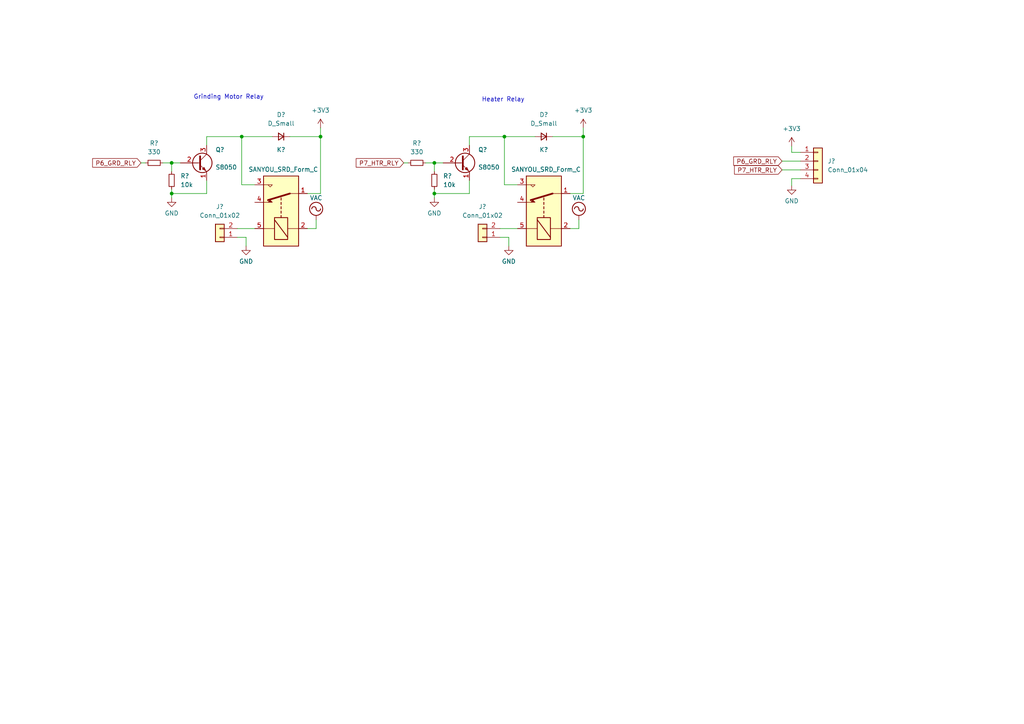
<source format=kicad_sch>
(kicad_sch (version 20211123) (generator eeschema)

  (uuid 558a621b-55b6-4dad-9c76-7e1730fe87e5)

  (paper "A4")

  (lib_symbols
    (symbol "Connector_Generic:Conn_01x02" (pin_names (offset 1.016) hide) (in_bom yes) (on_board yes)
      (property "Reference" "J" (id 0) (at 0 2.54 0)
        (effects (font (size 1.27 1.27)))
      )
      (property "Value" "Conn_01x02" (id 1) (at 0 -5.08 0)
        (effects (font (size 1.27 1.27)))
      )
      (property "Footprint" "" (id 2) (at 0 0 0)
        (effects (font (size 1.27 1.27)) hide)
      )
      (property "Datasheet" "~" (id 3) (at 0 0 0)
        (effects (font (size 1.27 1.27)) hide)
      )
      (property "ki_keywords" "connector" (id 4) (at 0 0 0)
        (effects (font (size 1.27 1.27)) hide)
      )
      (property "ki_description" "Generic connector, single row, 01x02, script generated (kicad-library-utils/schlib/autogen/connector/)" (id 5) (at 0 0 0)
        (effects (font (size 1.27 1.27)) hide)
      )
      (property "ki_fp_filters" "Connector*:*_1x??_*" (id 6) (at 0 0 0)
        (effects (font (size 1.27 1.27)) hide)
      )
      (symbol "Conn_01x02_1_1"
        (rectangle (start -1.27 -2.413) (end 0 -2.667)
          (stroke (width 0.1524) (type default) (color 0 0 0 0))
          (fill (type none))
        )
        (rectangle (start -1.27 0.127) (end 0 -0.127)
          (stroke (width 0.1524) (type default) (color 0 0 0 0))
          (fill (type none))
        )
        (rectangle (start -1.27 1.27) (end 1.27 -3.81)
          (stroke (width 0.254) (type default) (color 0 0 0 0))
          (fill (type background))
        )
        (pin passive line (at -5.08 0 0) (length 3.81)
          (name "Pin_1" (effects (font (size 1.27 1.27))))
          (number "1" (effects (font (size 1.27 1.27))))
        )
        (pin passive line (at -5.08 -2.54 0) (length 3.81)
          (name "Pin_2" (effects (font (size 1.27 1.27))))
          (number "2" (effects (font (size 1.27 1.27))))
        )
      )
    )
    (symbol "Connector_Generic:Conn_01x04" (pin_names (offset 1.016) hide) (in_bom yes) (on_board yes)
      (property "Reference" "J" (id 0) (at 0 5.08 0)
        (effects (font (size 1.27 1.27)))
      )
      (property "Value" "Conn_01x04" (id 1) (at 0 -7.62 0)
        (effects (font (size 1.27 1.27)))
      )
      (property "Footprint" "" (id 2) (at 0 0 0)
        (effects (font (size 1.27 1.27)) hide)
      )
      (property "Datasheet" "~" (id 3) (at 0 0 0)
        (effects (font (size 1.27 1.27)) hide)
      )
      (property "ki_keywords" "connector" (id 4) (at 0 0 0)
        (effects (font (size 1.27 1.27)) hide)
      )
      (property "ki_description" "Generic connector, single row, 01x04, script generated (kicad-library-utils/schlib/autogen/connector/)" (id 5) (at 0 0 0)
        (effects (font (size 1.27 1.27)) hide)
      )
      (property "ki_fp_filters" "Connector*:*_1x??_*" (id 6) (at 0 0 0)
        (effects (font (size 1.27 1.27)) hide)
      )
      (symbol "Conn_01x04_1_1"
        (rectangle (start -1.27 -4.953) (end 0 -5.207)
          (stroke (width 0.1524) (type default) (color 0 0 0 0))
          (fill (type none))
        )
        (rectangle (start -1.27 -2.413) (end 0 -2.667)
          (stroke (width 0.1524) (type default) (color 0 0 0 0))
          (fill (type none))
        )
        (rectangle (start -1.27 0.127) (end 0 -0.127)
          (stroke (width 0.1524) (type default) (color 0 0 0 0))
          (fill (type none))
        )
        (rectangle (start -1.27 2.667) (end 0 2.413)
          (stroke (width 0.1524) (type default) (color 0 0 0 0))
          (fill (type none))
        )
        (rectangle (start -1.27 3.81) (end 1.27 -6.35)
          (stroke (width 0.254) (type default) (color 0 0 0 0))
          (fill (type background))
        )
        (pin passive line (at -5.08 2.54 0) (length 3.81)
          (name "Pin_1" (effects (font (size 1.27 1.27))))
          (number "1" (effects (font (size 1.27 1.27))))
        )
        (pin passive line (at -5.08 0 0) (length 3.81)
          (name "Pin_2" (effects (font (size 1.27 1.27))))
          (number "2" (effects (font (size 1.27 1.27))))
        )
        (pin passive line (at -5.08 -2.54 0) (length 3.81)
          (name "Pin_3" (effects (font (size 1.27 1.27))))
          (number "3" (effects (font (size 1.27 1.27))))
        )
        (pin passive line (at -5.08 -5.08 0) (length 3.81)
          (name "Pin_4" (effects (font (size 1.27 1.27))))
          (number "4" (effects (font (size 1.27 1.27))))
        )
      )
    )
    (symbol "Device:D_Small" (pin_numbers hide) (pin_names (offset 0.254) hide) (in_bom yes) (on_board yes)
      (property "Reference" "D" (id 0) (at -1.27 2.032 0)
        (effects (font (size 1.27 1.27)) (justify left))
      )
      (property "Value" "D_Small" (id 1) (at -3.81 -2.032 0)
        (effects (font (size 1.27 1.27)) (justify left))
      )
      (property "Footprint" "" (id 2) (at 0 0 90)
        (effects (font (size 1.27 1.27)) hide)
      )
      (property "Datasheet" "~" (id 3) (at 0 0 90)
        (effects (font (size 1.27 1.27)) hide)
      )
      (property "ki_keywords" "diode" (id 4) (at 0 0 0)
        (effects (font (size 1.27 1.27)) hide)
      )
      (property "ki_description" "Diode, small symbol" (id 5) (at 0 0 0)
        (effects (font (size 1.27 1.27)) hide)
      )
      (property "ki_fp_filters" "TO-???* *_Diode_* *SingleDiode* D_*" (id 6) (at 0 0 0)
        (effects (font (size 1.27 1.27)) hide)
      )
      (symbol "D_Small_0_1"
        (polyline
          (pts
            (xy -0.762 -1.016)
            (xy -0.762 1.016)
          )
          (stroke (width 0.254) (type default) (color 0 0 0 0))
          (fill (type none))
        )
        (polyline
          (pts
            (xy -0.762 0)
            (xy 0.762 0)
          )
          (stroke (width 0) (type default) (color 0 0 0 0))
          (fill (type none))
        )
        (polyline
          (pts
            (xy 0.762 -1.016)
            (xy -0.762 0)
            (xy 0.762 1.016)
            (xy 0.762 -1.016)
          )
          (stroke (width 0.254) (type default) (color 0 0 0 0))
          (fill (type none))
        )
      )
      (symbol "D_Small_1_1"
        (pin passive line (at -2.54 0 0) (length 1.778)
          (name "K" (effects (font (size 1.27 1.27))))
          (number "1" (effects (font (size 1.27 1.27))))
        )
        (pin passive line (at 2.54 0 180) (length 1.778)
          (name "A" (effects (font (size 1.27 1.27))))
          (number "2" (effects (font (size 1.27 1.27))))
        )
      )
    )
    (symbol "Device:R_Small" (pin_numbers hide) (pin_names (offset 0.254) hide) (in_bom yes) (on_board yes)
      (property "Reference" "R" (id 0) (at 0.762 0.508 0)
        (effects (font (size 1.27 1.27)) (justify left))
      )
      (property "Value" "R_Small" (id 1) (at 0.762 -1.016 0)
        (effects (font (size 1.27 1.27)) (justify left))
      )
      (property "Footprint" "" (id 2) (at 0 0 0)
        (effects (font (size 1.27 1.27)) hide)
      )
      (property "Datasheet" "~" (id 3) (at 0 0 0)
        (effects (font (size 1.27 1.27)) hide)
      )
      (property "ki_keywords" "R resistor" (id 4) (at 0 0 0)
        (effects (font (size 1.27 1.27)) hide)
      )
      (property "ki_description" "Resistor, small symbol" (id 5) (at 0 0 0)
        (effects (font (size 1.27 1.27)) hide)
      )
      (property "ki_fp_filters" "R_*" (id 6) (at 0 0 0)
        (effects (font (size 1.27 1.27)) hide)
      )
      (symbol "R_Small_0_1"
        (rectangle (start -0.762 1.778) (end 0.762 -1.778)
          (stroke (width 0.2032) (type default) (color 0 0 0 0))
          (fill (type none))
        )
      )
      (symbol "R_Small_1_1"
        (pin passive line (at 0 2.54 270) (length 0.762)
          (name "~" (effects (font (size 1.27 1.27))))
          (number "1" (effects (font (size 1.27 1.27))))
        )
        (pin passive line (at 0 -2.54 90) (length 0.762)
          (name "~" (effects (font (size 1.27 1.27))))
          (number "2" (effects (font (size 1.27 1.27))))
        )
      )
    )
    (symbol "Relay:SANYOU_SRD_Form_C" (in_bom yes) (on_board yes)
      (property "Reference" "K" (id 0) (at 11.43 3.81 0)
        (effects (font (size 1.27 1.27)) (justify left))
      )
      (property "Value" "SANYOU_SRD_Form_C" (id 1) (at 11.43 1.27 0)
        (effects (font (size 1.27 1.27)) (justify left))
      )
      (property "Footprint" "Relay_THT:Relay_SPDT_SANYOU_SRD_Series_Form_C" (id 2) (at 11.43 -1.27 0)
        (effects (font (size 1.27 1.27)) (justify left) hide)
      )
      (property "Datasheet" "http://www.sanyourelay.ca/public/products/pdf/SRD.pdf" (id 3) (at 0 0 0)
        (effects (font (size 1.27 1.27)) hide)
      )
      (property "ki_keywords" "Single Pole Relay SPDT" (id 4) (at 0 0 0)
        (effects (font (size 1.27 1.27)) hide)
      )
      (property "ki_description" "Sanyo SRD relay, Single Pole Miniature Power Relay," (id 5) (at 0 0 0)
        (effects (font (size 1.27 1.27)) hide)
      )
      (property "ki_fp_filters" "Relay*SPDT*SANYOU*SRD*Series*Form*C*" (id 6) (at 0 0 0)
        (effects (font (size 1.27 1.27)) hide)
      )
      (symbol "SANYOU_SRD_Form_C_0_0"
        (polyline
          (pts
            (xy 7.62 5.08)
            (xy 7.62 2.54)
            (xy 6.985 3.175)
            (xy 7.62 3.81)
          )
          (stroke (width 0) (type default) (color 0 0 0 0))
          (fill (type none))
        )
      )
      (symbol "SANYOU_SRD_Form_C_0_1"
        (rectangle (start -10.16 5.08) (end 10.16 -5.08)
          (stroke (width 0.254) (type default) (color 0 0 0 0))
          (fill (type background))
        )
        (rectangle (start -8.255 1.905) (end -1.905 -1.905)
          (stroke (width 0.254) (type default) (color 0 0 0 0))
          (fill (type none))
        )
        (polyline
          (pts
            (xy -7.62 -1.905)
            (xy -2.54 1.905)
          )
          (stroke (width 0.254) (type default) (color 0 0 0 0))
          (fill (type none))
        )
        (polyline
          (pts
            (xy -5.08 -5.08)
            (xy -5.08 -1.905)
          )
          (stroke (width 0) (type default) (color 0 0 0 0))
          (fill (type none))
        )
        (polyline
          (pts
            (xy -5.08 5.08)
            (xy -5.08 1.905)
          )
          (stroke (width 0) (type default) (color 0 0 0 0))
          (fill (type none))
        )
        (polyline
          (pts
            (xy -1.905 0)
            (xy -1.27 0)
          )
          (stroke (width 0.254) (type default) (color 0 0 0 0))
          (fill (type none))
        )
        (polyline
          (pts
            (xy -0.635 0)
            (xy 0 0)
          )
          (stroke (width 0.254) (type default) (color 0 0 0 0))
          (fill (type none))
        )
        (polyline
          (pts
            (xy 0.635 0)
            (xy 1.27 0)
          )
          (stroke (width 0.254) (type default) (color 0 0 0 0))
          (fill (type none))
        )
        (polyline
          (pts
            (xy 1.905 0)
            (xy 2.54 0)
          )
          (stroke (width 0.254) (type default) (color 0 0 0 0))
          (fill (type none))
        )
        (polyline
          (pts
            (xy 3.175 0)
            (xy 3.81 0)
          )
          (stroke (width 0.254) (type default) (color 0 0 0 0))
          (fill (type none))
        )
        (polyline
          (pts
            (xy 5.08 -2.54)
            (xy 3.175 3.81)
          )
          (stroke (width 0.508) (type default) (color 0 0 0 0))
          (fill (type none))
        )
        (polyline
          (pts
            (xy 5.08 -2.54)
            (xy 5.08 -5.08)
          )
          (stroke (width 0) (type default) (color 0 0 0 0))
          (fill (type none))
        )
      )
      (symbol "SANYOU_SRD_Form_C_1_1"
        (polyline
          (pts
            (xy 2.54 3.81)
            (xy 3.175 3.175)
            (xy 2.54 2.54)
            (xy 2.54 5.08)
          )
          (stroke (width 0) (type default) (color 0 0 0 0))
          (fill (type outline))
        )
        (pin passive line (at 5.08 -7.62 90) (length 2.54)
          (name "~" (effects (font (size 1.27 1.27))))
          (number "1" (effects (font (size 1.27 1.27))))
        )
        (pin passive line (at -5.08 -7.62 90) (length 2.54)
          (name "~" (effects (font (size 1.27 1.27))))
          (number "2" (effects (font (size 1.27 1.27))))
        )
        (pin passive line (at 7.62 7.62 270) (length 2.54)
          (name "~" (effects (font (size 1.27 1.27))))
          (number "3" (effects (font (size 1.27 1.27))))
        )
        (pin passive line (at 2.54 7.62 270) (length 2.54)
          (name "~" (effects (font (size 1.27 1.27))))
          (number "4" (effects (font (size 1.27 1.27))))
        )
        (pin passive line (at -5.08 7.62 270) (length 2.54)
          (name "~" (effects (font (size 1.27 1.27))))
          (number "5" (effects (font (size 1.27 1.27))))
        )
      )
    )
    (symbol "Transistor_BJT:S8050" (pin_names (offset 0) hide) (in_bom yes) (on_board yes)
      (property "Reference" "Q" (id 0) (at 5.08 1.905 0)
        (effects (font (size 1.27 1.27)) (justify left))
      )
      (property "Value" "S8050" (id 1) (at 5.08 0 0)
        (effects (font (size 1.27 1.27)) (justify left))
      )
      (property "Footprint" "Package_TO_SOT_THT:TO-92_Inline" (id 2) (at 5.08 -1.905 0)
        (effects (font (size 1.27 1.27) italic) (justify left) hide)
      )
      (property "Datasheet" "http://www.unisonic.com.tw/datasheet/S8050.pdf" (id 3) (at 0 0 0)
        (effects (font (size 1.27 1.27)) (justify left) hide)
      )
      (property "ki_keywords" "S8050 NPN Low Voltage High Current Transistor" (id 4) (at 0 0 0)
        (effects (font (size 1.27 1.27)) hide)
      )
      (property "ki_description" "0.7A Ic, 20V Vce, Low Voltage High Current NPN Transistor, TO-92" (id 5) (at 0 0 0)
        (effects (font (size 1.27 1.27)) hide)
      )
      (property "ki_fp_filters" "TO?92*" (id 6) (at 0 0 0)
        (effects (font (size 1.27 1.27)) hide)
      )
      (symbol "S8050_0_1"
        (polyline
          (pts
            (xy 0 0)
            (xy 0.635 0)
          )
          (stroke (width 0) (type default) (color 0 0 0 0))
          (fill (type none))
        )
        (polyline
          (pts
            (xy 0.635 0.635)
            (xy 2.54 2.54)
          )
          (stroke (width 0) (type default) (color 0 0 0 0))
          (fill (type none))
        )
        (polyline
          (pts
            (xy 0.635 -0.635)
            (xy 2.54 -2.54)
            (xy 2.54 -2.54)
          )
          (stroke (width 0) (type default) (color 0 0 0 0))
          (fill (type none))
        )
        (polyline
          (pts
            (xy 0.635 1.905)
            (xy 0.635 -1.905)
            (xy 0.635 -1.905)
          )
          (stroke (width 0.508) (type default) (color 0 0 0 0))
          (fill (type none))
        )
        (polyline
          (pts
            (xy 1.27 -1.778)
            (xy 1.778 -1.27)
            (xy 2.286 -2.286)
            (xy 1.27 -1.778)
            (xy 1.27 -1.778)
          )
          (stroke (width 0) (type default) (color 0 0 0 0))
          (fill (type outline))
        )
        (circle (center 1.27 0) (radius 2.8194)
          (stroke (width 0.254) (type default) (color 0 0 0 0))
          (fill (type none))
        )
      )
      (symbol "S8050_1_1"
        (pin passive line (at 2.54 -5.08 90) (length 2.54)
          (name "E" (effects (font (size 1.27 1.27))))
          (number "1" (effects (font (size 1.27 1.27))))
        )
        (pin input line (at -5.08 0 0) (length 5.08)
          (name "B" (effects (font (size 1.27 1.27))))
          (number "2" (effects (font (size 1.27 1.27))))
        )
        (pin passive line (at 2.54 5.08 270) (length 2.54)
          (name "C" (effects (font (size 1.27 1.27))))
          (number "3" (effects (font (size 1.27 1.27))))
        )
      )
    )
    (symbol "power:+3.3V" (power) (pin_names (offset 0)) (in_bom yes) (on_board yes)
      (property "Reference" "#PWR" (id 0) (at 0 -3.81 0)
        (effects (font (size 1.27 1.27)) hide)
      )
      (property "Value" "+3.3V" (id 1) (at 0 3.556 0)
        (effects (font (size 1.27 1.27)))
      )
      (property "Footprint" "" (id 2) (at 0 0 0)
        (effects (font (size 1.27 1.27)) hide)
      )
      (property "Datasheet" "" (id 3) (at 0 0 0)
        (effects (font (size 1.27 1.27)) hide)
      )
      (property "ki_keywords" "power-flag" (id 4) (at 0 0 0)
        (effects (font (size 1.27 1.27)) hide)
      )
      (property "ki_description" "Power symbol creates a global label with name \"+3.3V\"" (id 5) (at 0 0 0)
        (effects (font (size 1.27 1.27)) hide)
      )
      (symbol "+3.3V_0_1"
        (polyline
          (pts
            (xy -0.762 1.27)
            (xy 0 2.54)
          )
          (stroke (width 0) (type default) (color 0 0 0 0))
          (fill (type none))
        )
        (polyline
          (pts
            (xy 0 0)
            (xy 0 2.54)
          )
          (stroke (width 0) (type default) (color 0 0 0 0))
          (fill (type none))
        )
        (polyline
          (pts
            (xy 0 2.54)
            (xy 0.762 1.27)
          )
          (stroke (width 0) (type default) (color 0 0 0 0))
          (fill (type none))
        )
      )
      (symbol "+3.3V_1_1"
        (pin power_in line (at 0 0 90) (length 0) hide
          (name "+3V3" (effects (font (size 1.27 1.27))))
          (number "1" (effects (font (size 1.27 1.27))))
        )
      )
    )
    (symbol "power:GND" (power) (pin_names (offset 0)) (in_bom yes) (on_board yes)
      (property "Reference" "#PWR" (id 0) (at 0 -6.35 0)
        (effects (font (size 1.27 1.27)) hide)
      )
      (property "Value" "GND" (id 1) (at 0 -3.81 0)
        (effects (font (size 1.27 1.27)))
      )
      (property "Footprint" "" (id 2) (at 0 0 0)
        (effects (font (size 1.27 1.27)) hide)
      )
      (property "Datasheet" "" (id 3) (at 0 0 0)
        (effects (font (size 1.27 1.27)) hide)
      )
      (property "ki_keywords" "power-flag" (id 4) (at 0 0 0)
        (effects (font (size 1.27 1.27)) hide)
      )
      (property "ki_description" "Power symbol creates a global label with name \"GND\" , ground" (id 5) (at 0 0 0)
        (effects (font (size 1.27 1.27)) hide)
      )
      (symbol "GND_0_1"
        (polyline
          (pts
            (xy 0 0)
            (xy 0 -1.27)
            (xy 1.27 -1.27)
            (xy 0 -2.54)
            (xy -1.27 -1.27)
            (xy 0 -1.27)
          )
          (stroke (width 0) (type default) (color 0 0 0 0))
          (fill (type none))
        )
      )
      (symbol "GND_1_1"
        (pin power_in line (at 0 0 270) (length 0) hide
          (name "GND" (effects (font (size 1.27 1.27))))
          (number "1" (effects (font (size 1.27 1.27))))
        )
      )
    )
    (symbol "power:VAC" (power) (pin_names (offset 0)) (in_bom yes) (on_board yes)
      (property "Reference" "#PWR" (id 0) (at 0 -2.54 0)
        (effects (font (size 1.27 1.27)) hide)
      )
      (property "Value" "VAC" (id 1) (at 0 6.35 0)
        (effects (font (size 1.27 1.27)))
      )
      (property "Footprint" "" (id 2) (at 0 0 0)
        (effects (font (size 1.27 1.27)) hide)
      )
      (property "Datasheet" "" (id 3) (at 0 0 0)
        (effects (font (size 1.27 1.27)) hide)
      )
      (property "ki_keywords" "power-flag" (id 4) (at 0 0 0)
        (effects (font (size 1.27 1.27)) hide)
      )
      (property "ki_description" "Power symbol creates a global label with name \"VAC\"" (id 5) (at 0 0 0)
        (effects (font (size 1.27 1.27)) hide)
      )
      (symbol "VAC_0_1"
        (polyline
          (pts
            (xy 0 0)
            (xy 0 1.27)
          )
          (stroke (width 0) (type default) (color 0 0 0 0))
          (fill (type none))
        )
        (arc (start 0 3.175) (mid -0.635 3.81) (end -1.27 3.175)
          (stroke (width 0.254) (type default) (color 0 0 0 0))
          (fill (type none))
        )
        (arc (start 0 3.175) (mid 0.635 2.54) (end 1.27 3.175)
          (stroke (width 0.254) (type default) (color 0 0 0 0))
          (fill (type none))
        )
        (circle (center 0 3.175) (radius 1.905)
          (stroke (width 0.254) (type default) (color 0 0 0 0))
          (fill (type none))
        )
      )
      (symbol "VAC_1_1"
        (pin power_in line (at 0 0 90) (length 0) hide
          (name "VAC" (effects (font (size 1.27 1.27))))
          (number "1" (effects (font (size 1.27 1.27))))
        )
      )
    )
  )

  (junction (at 169.164 39.624) (diameter 0) (color 0 0 0 0)
    (uuid 00816c65-ade9-4d81-94a0-1d2e890fbcfe)
  )
  (junction (at 49.784 47.244) (diameter 0) (color 0 0 0 0)
    (uuid 15a4c1d4-79e8-4410-9a73-87109bcb7f5c)
  )
  (junction (at 49.784 56.134) (diameter 0) (color 0 0 0 0)
    (uuid 86d2adea-a062-4d19-91e5-ed0affac8199)
  )
  (junction (at 125.984 47.244) (diameter 0) (color 0 0 0 0)
    (uuid c59324ab-c01c-464f-bd01-a1cffe4e3a14)
  )
  (junction (at 146.304 39.624) (diameter 0) (color 0 0 0 0)
    (uuid ca4fb951-33c5-41a7-ad60-ef171d3db06f)
  )
  (junction (at 92.964 39.624) (diameter 0) (color 0 0 0 0)
    (uuid cfa43e4b-13fc-4550-b3de-8fdc67efc063)
  )
  (junction (at 70.104 39.624) (diameter 0) (color 0 0 0 0)
    (uuid eef28992-d1be-4e0f-acc4-da16fd8e9176)
  )
  (junction (at 125.984 56.134) (diameter 0) (color 0 0 0 0)
    (uuid f206900d-eb9f-4dc4-b280-fb271cba3e05)
  )

  (wire (pts (xy 167.894 66.294) (xy 167.894 63.754))
    (stroke (width 0) (type default) (color 0 0 0 0))
    (uuid 08f23eb5-3ad1-4e81-9df5-0e4cebe15210)
  )
  (wire (pts (xy 70.104 39.624) (xy 70.104 53.594))
    (stroke (width 0) (type default) (color 0 0 0 0))
    (uuid 0b485980-164a-420f-aa20-9bba2db9ae3b)
  )
  (wire (pts (xy 92.964 39.624) (xy 92.964 56.134))
    (stroke (width 0) (type default) (color 0 0 0 0))
    (uuid 0c2378e7-98b6-4341-a606-7013471a0b87)
  )
  (wire (pts (xy 84.074 39.624) (xy 92.964 39.624))
    (stroke (width 0) (type default) (color 0 0 0 0))
    (uuid 0fd0a8e5-ed02-4447-873f-d5ab65d011c1)
  )
  (wire (pts (xy 226.822 49.276) (xy 232.156 49.276))
    (stroke (width 0) (type default) (color 0 0 0 0))
    (uuid 1ff8f9d3-728b-412f-9183-e7c92c28daff)
  )
  (wire (pts (xy 226.822 46.736) (xy 232.156 46.736))
    (stroke (width 0) (type default) (color 0 0 0 0))
    (uuid 26862181-d9c9-4670-9cdb-c595594d267a)
  )
  (wire (pts (xy 165.354 66.294) (xy 167.894 66.294))
    (stroke (width 0) (type default) (color 0 0 0 0))
    (uuid 304e139b-907b-4ddf-b39f-ce28c3a6e330)
  )
  (wire (pts (xy 89.154 56.134) (xy 92.964 56.134))
    (stroke (width 0) (type default) (color 0 0 0 0))
    (uuid 30664d61-399f-4c49-afa7-fa3765378abd)
  )
  (wire (pts (xy 117.094 47.244) (xy 118.364 47.244))
    (stroke (width 0) (type default) (color 0 0 0 0))
    (uuid 36567b2b-b167-4eca-8b7e-c9ae4cffc61d)
  )
  (wire (pts (xy 146.304 39.624) (xy 146.304 53.594))
    (stroke (width 0) (type default) (color 0 0 0 0))
    (uuid 400c7a12-6a3b-4007-bebb-25fa9d8ef61f)
  )
  (wire (pts (xy 125.984 56.134) (xy 136.144 56.134))
    (stroke (width 0) (type default) (color 0 0 0 0))
    (uuid 42bdf131-d749-4574-a198-d6a4e18baff4)
  )
  (wire (pts (xy 49.784 47.244) (xy 49.784 49.784))
    (stroke (width 0) (type default) (color 0 0 0 0))
    (uuid 44bdb432-3315-4ea3-a110-09cfda5b937f)
  )
  (wire (pts (xy 73.914 53.594) (xy 70.104 53.594))
    (stroke (width 0) (type default) (color 0 0 0 0))
    (uuid 520adee7-a83a-447b-b90a-de1fa2eac567)
  )
  (wire (pts (xy 70.104 39.624) (xy 78.994 39.624))
    (stroke (width 0) (type default) (color 0 0 0 0))
    (uuid 5504d30d-0360-4673-80c9-93e458ea021c)
  )
  (wire (pts (xy 125.984 56.134) (xy 125.984 57.404))
    (stroke (width 0) (type default) (color 0 0 0 0))
    (uuid 5727b10b-c690-48d8-94ea-3ef5ba9e8e3b)
  )
  (wire (pts (xy 89.154 66.294) (xy 91.694 66.294))
    (stroke (width 0) (type default) (color 0 0 0 0))
    (uuid 638117ff-a73c-4a76-976b-ab6ab724fb0a)
  )
  (wire (pts (xy 59.944 39.624) (xy 59.944 42.164))
    (stroke (width 0) (type default) (color 0 0 0 0))
    (uuid 658c0e97-977e-4e4a-ae4a-388d7a8a0fa2)
  )
  (wire (pts (xy 136.144 39.624) (xy 136.144 42.164))
    (stroke (width 0) (type default) (color 0 0 0 0))
    (uuid 6753fb15-6b58-43d8-83e1-ebcb9e2515e3)
  )
  (wire (pts (xy 47.244 47.244) (xy 49.784 47.244))
    (stroke (width 0) (type default) (color 0 0 0 0))
    (uuid 67891183-5599-4c09-ba92-73980c152afe)
  )
  (wire (pts (xy 68.834 66.294) (xy 73.914 66.294))
    (stroke (width 0) (type default) (color 0 0 0 0))
    (uuid 6fa6a77c-bf93-4738-9c5e-49cf50118ae0)
  )
  (wire (pts (xy 169.164 39.624) (xy 169.164 56.134))
    (stroke (width 0) (type default) (color 0 0 0 0))
    (uuid 76c07141-a0ee-4bc4-8d74-32a1bfa70994)
  )
  (wire (pts (xy 125.984 47.244) (xy 125.984 49.784))
    (stroke (width 0) (type default) (color 0 0 0 0))
    (uuid 7d45845a-6d69-45af-97de-5bc02297b233)
  )
  (wire (pts (xy 150.114 53.594) (xy 146.304 53.594))
    (stroke (width 0) (type default) (color 0 0 0 0))
    (uuid 7f82b8a2-4332-4608-a976-09fed0129d71)
  )
  (wire (pts (xy 49.784 56.134) (xy 59.944 56.134))
    (stroke (width 0) (type default) (color 0 0 0 0))
    (uuid 83088f6f-1dfb-40c2-8780-4a122369186b)
  )
  (wire (pts (xy 232.156 44.196) (xy 229.616 44.196))
    (stroke (width 0) (type default) (color 0 0 0 0))
    (uuid 84eb1363-4d95-4a40-9aef-47f2333f56aa)
  )
  (wire (pts (xy 125.984 54.864) (xy 125.984 56.134))
    (stroke (width 0) (type default) (color 0 0 0 0))
    (uuid 852ee0ac-b227-4df3-8213-a6155c9becdc)
  )
  (wire (pts (xy 232.156 51.816) (xy 229.616 51.816))
    (stroke (width 0) (type default) (color 0 0 0 0))
    (uuid 86586564-ff29-471e-86c6-b0d13fd3970d)
  )
  (wire (pts (xy 136.144 56.134) (xy 136.144 52.324))
    (stroke (width 0) (type default) (color 0 0 0 0))
    (uuid 94d10b04-1002-452e-908f-bb06334cc0f8)
  )
  (wire (pts (xy 169.164 37.084) (xy 169.164 39.624))
    (stroke (width 0) (type default) (color 0 0 0 0))
    (uuid 95fd8d91-72dc-4f67-8cbd-49bc9c606d87)
  )
  (wire (pts (xy 229.616 51.816) (xy 229.616 53.848))
    (stroke (width 0) (type default) (color 0 0 0 0))
    (uuid 962d260f-5900-45ae-9b09-46f5804f9bd9)
  )
  (wire (pts (xy 91.694 66.294) (xy 91.694 63.754))
    (stroke (width 0) (type default) (color 0 0 0 0))
    (uuid 9eb65f38-749a-4f1c-ab54-5a72dbfee0c6)
  )
  (wire (pts (xy 49.784 47.244) (xy 52.324 47.244))
    (stroke (width 0) (type default) (color 0 0 0 0))
    (uuid a39bff73-ba40-4b6f-b0a8-69b4aafc2399)
  )
  (wire (pts (xy 125.984 47.244) (xy 128.524 47.244))
    (stroke (width 0) (type default) (color 0 0 0 0))
    (uuid a7d6a5f7-da4d-4254-9f04-e0b99069c8ad)
  )
  (wire (pts (xy 145.034 66.294) (xy 150.114 66.294))
    (stroke (width 0) (type default) (color 0 0 0 0))
    (uuid a7f72225-ce39-4013-8d97-6dd97ff05983)
  )
  (wire (pts (xy 145.034 68.834) (xy 147.574 68.834))
    (stroke (width 0) (type default) (color 0 0 0 0))
    (uuid a86a16ea-de94-4eca-8fb7-cf96b1dc71ca)
  )
  (wire (pts (xy 160.274 39.624) (xy 169.164 39.624))
    (stroke (width 0) (type default) (color 0 0 0 0))
    (uuid b4a47123-246a-4687-a92d-deb226a3d9cf)
  )
  (wire (pts (xy 136.144 39.624) (xy 146.304 39.624))
    (stroke (width 0) (type default) (color 0 0 0 0))
    (uuid b674734b-53bf-4a95-b8c6-7929e3041ecf)
  )
  (wire (pts (xy 123.444 47.244) (xy 125.984 47.244))
    (stroke (width 0) (type default) (color 0 0 0 0))
    (uuid c5a8c846-48c9-4a26-9445-99a5c0a6dcce)
  )
  (wire (pts (xy 59.944 56.134) (xy 59.944 52.324))
    (stroke (width 0) (type default) (color 0 0 0 0))
    (uuid d007a3c0-650e-42ad-83b6-60c6bed951a9)
  )
  (wire (pts (xy 68.834 68.834) (xy 71.374 68.834))
    (stroke (width 0) (type default) (color 0 0 0 0))
    (uuid d13e7b6d-63cd-4617-8764-cc38c5a9e50d)
  )
  (wire (pts (xy 146.304 39.624) (xy 155.194 39.624))
    (stroke (width 0) (type default) (color 0 0 0 0))
    (uuid d315921b-e970-41a8-a5c6-e2d82542d883)
  )
  (wire (pts (xy 49.784 54.864) (xy 49.784 56.134))
    (stroke (width 0) (type default) (color 0 0 0 0))
    (uuid d3743ed7-4c9c-4d31-b539-3bbf56050409)
  )
  (wire (pts (xy 92.964 37.084) (xy 92.964 39.624))
    (stroke (width 0) (type default) (color 0 0 0 0))
    (uuid dbebf6dd-51f1-461c-952c-1aec1c63b457)
  )
  (wire (pts (xy 40.894 47.244) (xy 42.164 47.244))
    (stroke (width 0) (type default) (color 0 0 0 0))
    (uuid df607777-e0aa-430b-91e1-ca5304355939)
  )
  (wire (pts (xy 71.374 68.834) (xy 71.374 71.374))
    (stroke (width 0) (type default) (color 0 0 0 0))
    (uuid e0831baa-0a14-4b66-b2b3-666ee87eeadf)
  )
  (wire (pts (xy 165.354 56.134) (xy 169.164 56.134))
    (stroke (width 0) (type default) (color 0 0 0 0))
    (uuid e27425e9-c370-403a-8bca-eeb3ff71f82b)
  )
  (wire (pts (xy 147.574 68.834) (xy 147.574 71.374))
    (stroke (width 0) (type default) (color 0 0 0 0))
    (uuid e65aa3ef-558d-491b-910a-974f7b6398dd)
  )
  (wire (pts (xy 59.944 39.624) (xy 70.104 39.624))
    (stroke (width 0) (type default) (color 0 0 0 0))
    (uuid f548aee8-7faa-4c61-b7a3-1d37f296e1b4)
  )
  (wire (pts (xy 49.784 56.134) (xy 49.784 57.404))
    (stroke (width 0) (type default) (color 0 0 0 0))
    (uuid f57881b5-c9c9-4bcf-be4b-dd8cfd505873)
  )
  (wire (pts (xy 229.616 44.196) (xy 229.616 42.418))
    (stroke (width 0) (type default) (color 0 0 0 0))
    (uuid fca5d173-5dea-41d1-8b8b-6b8873151d5c)
  )

  (text "Grinding Motor Relay" (at 56.134 28.956 0)
    (effects (font (size 1.27 1.27)) (justify left bottom))
    (uuid 4dfcd94b-440e-45d8-ba61-e0e18e3022c5)
  )
  (text "Heater Relay" (at 139.7 29.718 0)
    (effects (font (size 1.27 1.27)) (justify left bottom))
    (uuid bd8844d4-be1f-4c0b-864b-81ad46a61de2)
  )

  (global_label "P6_GRD_RLY" (shape input) (at 40.894 47.244 180) (fields_autoplaced)
    (effects (font (size 1.27 1.27)) (justify right))
    (uuid 363a3797-c9f0-4011-9c28-5b6fcde50111)
    (property "Intersheet References" "${INTERSHEET_REFS}" (id 0) (at 26.8695 47.1646 0)
      (effects (font (size 1.27 1.27)) (justify right) hide)
    )
  )
  (global_label "P6_GRD_RLY" (shape input) (at 226.822 46.736 180) (fields_autoplaced)
    (effects (font (size 1.27 1.27)) (justify right))
    (uuid 4ae85c9e-205e-4e58-b0fb-720a36d4bbaa)
    (property "Intersheet References" "${INTERSHEET_REFS}" (id 0) (at 212.7975 46.6566 0)
      (effects (font (size 1.27 1.27)) (justify right) hide)
    )
  )
  (global_label "P7_HTR_RLY" (shape input) (at 117.094 47.244 180) (fields_autoplaced)
    (effects (font (size 1.27 1.27)) (justify right))
    (uuid d178a976-ceac-4446-92bd-a15abdb74d2c)
    (property "Intersheet References" "${INTERSHEET_REFS}" (id 0) (at 103.3114 47.1646 0)
      (effects (font (size 1.27 1.27)) (justify right) hide)
    )
  )
  (global_label "P7_HTR_RLY" (shape input) (at 226.822 49.276 180) (fields_autoplaced)
    (effects (font (size 1.27 1.27)) (justify right))
    (uuid d6c8824a-1f5a-440f-898b-9a097538a296)
    (property "Intersheet References" "${INTERSHEET_REFS}" (id 0) (at 213.0394 49.1966 0)
      (effects (font (size 1.27 1.27)) (justify right) hide)
    )
  )

  (symbol (lib_id "Relay:SANYOU_SRD_Form_C") (at 157.734 61.214 90) (unit 1)
    (in_bom yes) (on_board yes)
    (uuid 04aa180a-1076-4731-ba16-d085fe2a468e)
    (property "Reference" "K?" (id 0) (at 157.734 43.434 90))
    (property "Value" "SANYOU_SRD_Form_C" (id 1) (at 158.369 49.149 90))
    (property "Footprint" "Relay_THT:Relay_SPDT_SANYOU_SRD_Series_Form_C" (id 2) (at 159.004 49.784 0)
      (effects (font (size 1.27 1.27)) (justify left) hide)
    )
    (property "Datasheet" "http://www.sanyourelay.ca/public/products/pdf/SRD.pdf" (id 3) (at 157.734 61.214 0)
      (effects (font (size 1.27 1.27)) hide)
    )
    (pin "1" (uuid 3da0c24a-13f1-4962-8da9-67281de18d71))
    (pin "2" (uuid fbb25297-cbc8-46f0-9efe-2186655c973e))
    (pin "3" (uuid c53af254-4fc1-4586-99ec-0b84389b863e))
    (pin "4" (uuid 6f052eac-490f-4b7d-9b61-a1024accb8c1))
    (pin "5" (uuid ce0863e2-210e-4487-9f6b-a08662a8e2f1))
  )

  (symbol (lib_id "power:+3.3V") (at 92.964 37.084 0) (unit 1)
    (in_bom yes) (on_board yes) (fields_autoplaced)
    (uuid 0887c206-3a66-4b5e-82d7-7c21128b49d4)
    (property "Reference" "#PWR?" (id 0) (at 92.964 40.894 0)
      (effects (font (size 1.27 1.27)) hide)
    )
    (property "Value" "+3.3V" (id 1) (at 92.964 32.004 0))
    (property "Footprint" "" (id 2) (at 92.964 37.084 0)
      (effects (font (size 1.27 1.27)) hide)
    )
    (property "Datasheet" "" (id 3) (at 92.964 37.084 0)
      (effects (font (size 1.27 1.27)) hide)
    )
    (pin "1" (uuid 2d1cfacc-4931-4d09-ad45-a86a038f8b89))
  )

  (symbol (lib_id "power:GND") (at 49.784 57.404 0) (unit 1)
    (in_bom yes) (on_board yes) (fields_autoplaced)
    (uuid 0fcc6589-13d0-41b2-aeda-e70f5127a2c7)
    (property "Reference" "#PWR?" (id 0) (at 49.784 63.754 0)
      (effects (font (size 1.27 1.27)) hide)
    )
    (property "Value" "GND" (id 1) (at 49.784 61.849 0))
    (property "Footprint" "" (id 2) (at 49.784 57.404 0)
      (effects (font (size 1.27 1.27)) hide)
    )
    (property "Datasheet" "" (id 3) (at 49.784 57.404 0)
      (effects (font (size 1.27 1.27)) hide)
    )
    (pin "1" (uuid f3f5899a-89f7-41ea-9333-591cbbae0e78))
  )

  (symbol (lib_id "power:GND") (at 125.984 57.404 0) (unit 1)
    (in_bom yes) (on_board yes) (fields_autoplaced)
    (uuid 1278ad9b-dbe4-4c67-83f6-33ade6c28f2c)
    (property "Reference" "#PWR?" (id 0) (at 125.984 63.754 0)
      (effects (font (size 1.27 1.27)) hide)
    )
    (property "Value" "GND" (id 1) (at 125.984 61.849 0))
    (property "Footprint" "" (id 2) (at 125.984 57.404 0)
      (effects (font (size 1.27 1.27)) hide)
    )
    (property "Datasheet" "" (id 3) (at 125.984 57.404 0)
      (effects (font (size 1.27 1.27)) hide)
    )
    (pin "1" (uuid 20689c9f-4aef-4a17-876a-424afafc4ca0))
  )

  (symbol (lib_id "power:GND") (at 229.616 53.848 0) (unit 1)
    (in_bom yes) (on_board yes) (fields_autoplaced)
    (uuid 155fe027-7e75-4fe7-b68d-ffd5d6447ed9)
    (property "Reference" "#PWR?" (id 0) (at 229.616 60.198 0)
      (effects (font (size 1.27 1.27)) hide)
    )
    (property "Value" "GND" (id 1) (at 229.616 58.293 0))
    (property "Footprint" "" (id 2) (at 229.616 53.848 0)
      (effects (font (size 1.27 1.27)) hide)
    )
    (property "Datasheet" "" (id 3) (at 229.616 53.848 0)
      (effects (font (size 1.27 1.27)) hide)
    )
    (pin "1" (uuid 167fa2de-2557-40cb-9a83-bc1eff5603f4))
  )

  (symbol (lib_id "power:+3.3V") (at 229.616 42.418 0) (unit 1)
    (in_bom yes) (on_board yes) (fields_autoplaced)
    (uuid 1aef6ba8-fca2-47d7-91f4-35c2cbe6a4b9)
    (property "Reference" "#PWR?" (id 0) (at 229.616 46.228 0)
      (effects (font (size 1.27 1.27)) hide)
    )
    (property "Value" "+3.3V" (id 1) (at 229.616 37.338 0))
    (property "Footprint" "" (id 2) (at 229.616 42.418 0)
      (effects (font (size 1.27 1.27)) hide)
    )
    (property "Datasheet" "" (id 3) (at 229.616 42.418 0)
      (effects (font (size 1.27 1.27)) hide)
    )
    (pin "1" (uuid dc448687-bdb2-470d-9bd2-2857e4b865b0))
  )

  (symbol (lib_id "Transistor_BJT:S8050") (at 57.404 47.244 0) (unit 1)
    (in_bom yes) (on_board yes)
    (uuid 2205a110-6b4b-482e-ad7f-75af88962d7c)
    (property "Reference" "Q?" (id 0) (at 62.484 43.4339 0)
      (effects (font (size 1.27 1.27)) (justify left))
    )
    (property "Value" "S8050" (id 1) (at 62.484 48.5139 0)
      (effects (font (size 1.27 1.27)) (justify left))
    )
    (property "Footprint" "Package_TO_SOT_THT:TO-92_Inline" (id 2) (at 62.484 49.149 0)
      (effects (font (size 1.27 1.27) italic) (justify left) hide)
    )
    (property "Datasheet" "http://www.unisonic.com.tw/datasheet/S8050.pdf" (id 3) (at 57.404 47.244 0)
      (effects (font (size 1.27 1.27)) (justify left) hide)
    )
    (pin "1" (uuid d26f4dea-9296-4c15-8b70-9dbb87d14c0a))
    (pin "2" (uuid dd5cdbd6-24c5-4d5f-b80c-0acd8b118746))
    (pin "3" (uuid 9b68291b-e950-44a4-b88f-08b7ab23909d))
  )

  (symbol (lib_id "Device:R_Small") (at 49.784 52.324 0) (unit 1)
    (in_bom yes) (on_board yes) (fields_autoplaced)
    (uuid 26ba2f46-130d-4a69-ac1f-d3ba99b6ab50)
    (property "Reference" "R?" (id 0) (at 52.324 51.0539 0)
      (effects (font (size 1.27 1.27)) (justify left))
    )
    (property "Value" "10k" (id 1) (at 52.324 53.5939 0)
      (effects (font (size 1.27 1.27)) (justify left))
    )
    (property "Footprint" "" (id 2) (at 49.784 52.324 0)
      (effects (font (size 1.27 1.27)) hide)
    )
    (property "Datasheet" "~" (id 3) (at 49.784 52.324 0)
      (effects (font (size 1.27 1.27)) hide)
    )
    (pin "1" (uuid aa706075-04f2-4da4-98e5-d7d88cd7820f))
    (pin "2" (uuid 8affbbfc-7a19-4367-8cbf-abdf4e25dcaa))
  )

  (symbol (lib_id "Connector_Generic:Conn_01x02") (at 63.754 68.834 180) (unit 1)
    (in_bom yes) (on_board yes) (fields_autoplaced)
    (uuid 4d70a61d-1af9-4258-a491-00672cec40d5)
    (property "Reference" "J?" (id 0) (at 63.754 59.944 0))
    (property "Value" "Conn_01x02" (id 1) (at 63.754 62.484 0))
    (property "Footprint" "" (id 2) (at 63.754 68.834 0)
      (effects (font (size 1.27 1.27)) hide)
    )
    (property "Datasheet" "~" (id 3) (at 63.754 68.834 0)
      (effects (font (size 1.27 1.27)) hide)
    )
    (pin "1" (uuid 7ae865ae-b81c-4abc-9869-19c0005c400c))
    (pin "2" (uuid f3bebbb7-1f61-4510-8531-a0bb39cddf62))
  )

  (symbol (lib_id "Device:R_Small") (at 44.704 47.244 90) (unit 1)
    (in_bom yes) (on_board yes) (fields_autoplaced)
    (uuid 57b66c7e-962a-49b2-96fa-a27415f5cd50)
    (property "Reference" "R?" (id 0) (at 44.704 41.529 90))
    (property "Value" "330" (id 1) (at 44.704 44.069 90))
    (property "Footprint" "" (id 2) (at 44.704 47.244 0)
      (effects (font (size 1.27 1.27)) hide)
    )
    (property "Datasheet" "~" (id 3) (at 44.704 47.244 0)
      (effects (font (size 1.27 1.27)) hide)
    )
    (pin "1" (uuid 7c3d73da-34fb-4fca-9cd8-57a55c78d834))
    (pin "2" (uuid d77abb4e-9728-498d-9f77-c50ed71d858d))
  )

  (symbol (lib_id "Relay:SANYOU_SRD_Form_C") (at 81.534 61.214 90) (unit 1)
    (in_bom yes) (on_board yes)
    (uuid 68772fa3-ce6c-4a68-b677-4871aa6dd6c0)
    (property "Reference" "K?" (id 0) (at 81.534 43.434 90))
    (property "Value" "SANYOU_SRD_Form_C" (id 1) (at 82.169 49.149 90))
    (property "Footprint" "Relay_THT:Relay_SPDT_SANYOU_SRD_Series_Form_C" (id 2) (at 82.804 49.784 0)
      (effects (font (size 1.27 1.27)) (justify left) hide)
    )
    (property "Datasheet" "http://www.sanyourelay.ca/public/products/pdf/SRD.pdf" (id 3) (at 81.534 61.214 0)
      (effects (font (size 1.27 1.27)) hide)
    )
    (pin "1" (uuid 176d6074-5422-4d72-bed9-44e0d9c24824))
    (pin "2" (uuid b35ff460-f6f1-418e-86e1-f2b43e537370))
    (pin "3" (uuid 72cfec27-34ef-4f10-8504-41ebccd759e8))
    (pin "4" (uuid a53fb125-0a87-4020-929f-425458b00a06))
    (pin "5" (uuid acb1c056-072a-408a-bb22-d9eadd732c4c))
  )

  (symbol (lib_id "Connector_Generic:Conn_01x04") (at 237.236 46.736 0) (unit 1)
    (in_bom yes) (on_board yes) (fields_autoplaced)
    (uuid 89565b0f-f403-4c97-bb06-e15afb2c7188)
    (property "Reference" "J?" (id 0) (at 240.03 46.7359 0)
      (effects (font (size 1.27 1.27)) (justify left))
    )
    (property "Value" "Conn_01x04" (id 1) (at 240.03 49.2759 0)
      (effects (font (size 1.27 1.27)) (justify left))
    )
    (property "Footprint" "" (id 2) (at 237.236 46.736 0)
      (effects (font (size 1.27 1.27)) hide)
    )
    (property "Datasheet" "~" (id 3) (at 237.236 46.736 0)
      (effects (font (size 1.27 1.27)) hide)
    )
    (pin "1" (uuid ebf483a6-d7b8-4efa-8774-13cbda087705))
    (pin "2" (uuid 14b9ffaf-8df9-4b58-a6f6-76b48441e6a9))
    (pin "3" (uuid 043f1c77-5888-4115-a2c2-88ace88fc722))
    (pin "4" (uuid 070c1808-1c18-4bb5-9882-11d2cfbec641))
  )

  (symbol (lib_id "power:+3.3V") (at 169.164 37.084 0) (unit 1)
    (in_bom yes) (on_board yes) (fields_autoplaced)
    (uuid 92203fd9-b513-46a3-9b65-c104359a857e)
    (property "Reference" "#PWR?" (id 0) (at 169.164 40.894 0)
      (effects (font (size 1.27 1.27)) hide)
    )
    (property "Value" "+3.3V" (id 1) (at 169.164 32.004 0))
    (property "Footprint" "" (id 2) (at 169.164 37.084 0)
      (effects (font (size 1.27 1.27)) hide)
    )
    (property "Datasheet" "" (id 3) (at 169.164 37.084 0)
      (effects (font (size 1.27 1.27)) hide)
    )
    (pin "1" (uuid 77fe3b69-4d3c-499f-bb99-8721cea0bdb1))
  )

  (symbol (lib_id "Device:R_Small") (at 125.984 52.324 0) (unit 1)
    (in_bom yes) (on_board yes) (fields_autoplaced)
    (uuid a0190525-d6df-47ec-809e-8a703a43da2b)
    (property "Reference" "R?" (id 0) (at 128.524 51.0539 0)
      (effects (font (size 1.27 1.27)) (justify left))
    )
    (property "Value" "10k" (id 1) (at 128.524 53.5939 0)
      (effects (font (size 1.27 1.27)) (justify left))
    )
    (property "Footprint" "" (id 2) (at 125.984 52.324 0)
      (effects (font (size 1.27 1.27)) hide)
    )
    (property "Datasheet" "~" (id 3) (at 125.984 52.324 0)
      (effects (font (size 1.27 1.27)) hide)
    )
    (pin "1" (uuid f5a68905-fbcd-40b8-b474-d2f379e0d3eb))
    (pin "2" (uuid 843f98b8-0dff-4f02-9b41-e06e6a8acc2d))
  )

  (symbol (lib_id "Device:R_Small") (at 120.904 47.244 90) (unit 1)
    (in_bom yes) (on_board yes) (fields_autoplaced)
    (uuid a7ab4152-eb90-46e8-bf7c-a531751f058e)
    (property "Reference" "R?" (id 0) (at 120.904 41.529 90))
    (property "Value" "330" (id 1) (at 120.904 44.069 90))
    (property "Footprint" "" (id 2) (at 120.904 47.244 0)
      (effects (font (size 1.27 1.27)) hide)
    )
    (property "Datasheet" "~" (id 3) (at 120.904 47.244 0)
      (effects (font (size 1.27 1.27)) hide)
    )
    (pin "1" (uuid 62b7b16b-5464-4601-8420-d8062bb1432f))
    (pin "2" (uuid 02c17196-ff94-4a8c-82ae-f67ce995b99f))
  )

  (symbol (lib_id "power:VAC") (at 167.894 63.754 0) (unit 1)
    (in_bom yes) (on_board yes)
    (uuid a7d98c78-5051-4634-adae-c05a1e77e006)
    (property "Reference" "#PWR?" (id 0) (at 167.894 66.294 0)
      (effects (font (size 1.27 1.27)) hide)
    )
    (property "Value" "VAC" (id 1) (at 167.894 57.404 0))
    (property "Footprint" "" (id 2) (at 167.894 63.754 0)
      (effects (font (size 1.27 1.27)) hide)
    )
    (property "Datasheet" "" (id 3) (at 167.894 63.754 0)
      (effects (font (size 1.27 1.27)) hide)
    )
    (pin "1" (uuid 5b78d931-93dd-4459-ab39-a4a1b7c3a26b))
  )

  (symbol (lib_id "Device:D_Small") (at 157.734 39.624 180) (unit 1)
    (in_bom yes) (on_board yes) (fields_autoplaced)
    (uuid bffc2d64-45b2-4542-af5c-9e1635dd3729)
    (property "Reference" "D?" (id 0) (at 157.734 33.274 0))
    (property "Value" "D_Small" (id 1) (at 157.734 35.814 0))
    (property "Footprint" "" (id 2) (at 157.734 39.624 90)
      (effects (font (size 1.27 1.27)) hide)
    )
    (property "Datasheet" "~" (id 3) (at 157.734 39.624 90)
      (effects (font (size 1.27 1.27)) hide)
    )
    (pin "1" (uuid f2c0676c-c2fa-44ae-8baa-2cc962388f8e))
    (pin "2" (uuid 42d7d54b-c481-4dea-afa2-dc260cd94827))
  )

  (symbol (lib_id "Transistor_BJT:S8050") (at 133.604 47.244 0) (unit 1)
    (in_bom yes) (on_board yes)
    (uuid c90f81af-6b36-409b-9ff6-3fcb16f11f97)
    (property "Reference" "Q?" (id 0) (at 138.684 43.4339 0)
      (effects (font (size 1.27 1.27)) (justify left))
    )
    (property "Value" "S8050" (id 1) (at 138.684 48.5139 0)
      (effects (font (size 1.27 1.27)) (justify left))
    )
    (property "Footprint" "Package_TO_SOT_THT:TO-92_Inline" (id 2) (at 138.684 49.149 0)
      (effects (font (size 1.27 1.27) italic) (justify left) hide)
    )
    (property "Datasheet" "http://www.unisonic.com.tw/datasheet/S8050.pdf" (id 3) (at 133.604 47.244 0)
      (effects (font (size 1.27 1.27)) (justify left) hide)
    )
    (pin "1" (uuid 743073e6-fb42-4935-b0ad-3b453235ec35))
    (pin "2" (uuid d6494526-0248-4861-8646-45bf874fcf6a))
    (pin "3" (uuid dfb91d3a-5384-4e08-9474-65c74d6855bd))
  )

  (symbol (lib_id "Device:D_Small") (at 81.534 39.624 180) (unit 1)
    (in_bom yes) (on_board yes) (fields_autoplaced)
    (uuid cb0b1ab5-9bb3-4739-8432-5bb872c1dcaf)
    (property "Reference" "D?" (id 0) (at 81.534 33.274 0))
    (property "Value" "D_Small" (id 1) (at 81.534 35.814 0))
    (property "Footprint" "" (id 2) (at 81.534 39.624 90)
      (effects (font (size 1.27 1.27)) hide)
    )
    (property "Datasheet" "~" (id 3) (at 81.534 39.624 90)
      (effects (font (size 1.27 1.27)) hide)
    )
    (pin "1" (uuid 098109b6-bfed-41e1-9593-bddad016ea18))
    (pin "2" (uuid 2382424b-0905-467b-a458-dad739d3178b))
  )

  (symbol (lib_id "Connector_Generic:Conn_01x02") (at 139.954 68.834 180) (unit 1)
    (in_bom yes) (on_board yes) (fields_autoplaced)
    (uuid cd14c8e2-f8cd-4719-b2b7-20427483d189)
    (property "Reference" "J?" (id 0) (at 139.954 59.944 0))
    (property "Value" "Conn_01x02" (id 1) (at 139.954 62.484 0))
    (property "Footprint" "" (id 2) (at 139.954 68.834 0)
      (effects (font (size 1.27 1.27)) hide)
    )
    (property "Datasheet" "~" (id 3) (at 139.954 68.834 0)
      (effects (font (size 1.27 1.27)) hide)
    )
    (pin "1" (uuid 7b633069-15e7-469d-9ced-ad8bd45a7acd))
    (pin "2" (uuid 4b27276c-a020-47a0-9598-13004eb56bbc))
  )

  (symbol (lib_id "power:GND") (at 71.374 71.374 0) (unit 1)
    (in_bom yes) (on_board yes) (fields_autoplaced)
    (uuid d8a956e0-5251-497f-be1e-d0c4be69a8ae)
    (property "Reference" "#PWR?" (id 0) (at 71.374 77.724 0)
      (effects (font (size 1.27 1.27)) hide)
    )
    (property "Value" "GND" (id 1) (at 71.374 75.819 0))
    (property "Footprint" "" (id 2) (at 71.374 71.374 0)
      (effects (font (size 1.27 1.27)) hide)
    )
    (property "Datasheet" "" (id 3) (at 71.374 71.374 0)
      (effects (font (size 1.27 1.27)) hide)
    )
    (pin "1" (uuid ac32ff18-8f4b-4734-970b-1072802c1cb2))
  )

  (symbol (lib_id "power:GND") (at 147.574 71.374 0) (unit 1)
    (in_bom yes) (on_board yes) (fields_autoplaced)
    (uuid f35a29ae-5da5-43b1-be34-cb382387be2d)
    (property "Reference" "#PWR?" (id 0) (at 147.574 77.724 0)
      (effects (font (size 1.27 1.27)) hide)
    )
    (property "Value" "GND" (id 1) (at 147.574 75.819 0))
    (property "Footprint" "" (id 2) (at 147.574 71.374 0)
      (effects (font (size 1.27 1.27)) hide)
    )
    (property "Datasheet" "" (id 3) (at 147.574 71.374 0)
      (effects (font (size 1.27 1.27)) hide)
    )
    (pin "1" (uuid 6dc40ad6-e921-498b-a1f5-8c1acccb0688))
  )

  (symbol (lib_id "power:VAC") (at 91.694 63.754 0) (unit 1)
    (in_bom yes) (on_board yes)
    (uuid f71d9b50-8d4b-4b4f-b5f9-02538aa39cb9)
    (property "Reference" "#PWR?" (id 0) (at 91.694 66.294 0)
      (effects (font (size 1.27 1.27)) hide)
    )
    (property "Value" "VAC" (id 1) (at 91.694 57.404 0))
    (property "Footprint" "" (id 2) (at 91.694 63.754 0)
      (effects (font (size 1.27 1.27)) hide)
    )
    (property "Datasheet" "" (id 3) (at 91.694 63.754 0)
      (effects (font (size 1.27 1.27)) hide)
    )
    (pin "1" (uuid 9fb27712-d1d0-4fbb-8f67-3a6f10d1024c))
  )

  (sheet_instances
    (path "/" (page "1"))
  )

  (symbol_instances
    (path "/0887c206-3a66-4b5e-82d7-7c21128b49d4"
      (reference "#PWR?") (unit 1) (value "+3.3V") (footprint "")
    )
    (path "/0fcc6589-13d0-41b2-aeda-e70f5127a2c7"
      (reference "#PWR?") (unit 1) (value "GND") (footprint "")
    )
    (path "/1278ad9b-dbe4-4c67-83f6-33ade6c28f2c"
      (reference "#PWR?") (unit 1) (value "GND") (footprint "")
    )
    (path "/155fe027-7e75-4fe7-b68d-ffd5d6447ed9"
      (reference "#PWR?") (unit 1) (value "GND") (footprint "")
    )
    (path "/1aef6ba8-fca2-47d7-91f4-35c2cbe6a4b9"
      (reference "#PWR?") (unit 1) (value "+3.3V") (footprint "")
    )
    (path "/92203fd9-b513-46a3-9b65-c104359a857e"
      (reference "#PWR?") (unit 1) (value "+3.3V") (footprint "")
    )
    (path "/a7d98c78-5051-4634-adae-c05a1e77e006"
      (reference "#PWR?") (unit 1) (value "VAC") (footprint "")
    )
    (path "/d8a956e0-5251-497f-be1e-d0c4be69a8ae"
      (reference "#PWR?") (unit 1) (value "GND") (footprint "")
    )
    (path "/f35a29ae-5da5-43b1-be34-cb382387be2d"
      (reference "#PWR?") (unit 1) (value "GND") (footprint "")
    )
    (path "/f71d9b50-8d4b-4b4f-b5f9-02538aa39cb9"
      (reference "#PWR?") (unit 1) (value "VAC") (footprint "")
    )
    (path "/bffc2d64-45b2-4542-af5c-9e1635dd3729"
      (reference "D?") (unit 1) (value "D_Small") (footprint "")
    )
    (path "/cb0b1ab5-9bb3-4739-8432-5bb872c1dcaf"
      (reference "D?") (unit 1) (value "D_Small") (footprint "")
    )
    (path "/4d70a61d-1af9-4258-a491-00672cec40d5"
      (reference "J?") (unit 1) (value "Conn_01x02") (footprint "")
    )
    (path "/89565b0f-f403-4c97-bb06-e15afb2c7188"
      (reference "J?") (unit 1) (value "Conn_01x04") (footprint "")
    )
    (path "/cd14c8e2-f8cd-4719-b2b7-20427483d189"
      (reference "J?") (unit 1) (value "Conn_01x02") (footprint "")
    )
    (path "/04aa180a-1076-4731-ba16-d085fe2a468e"
      (reference "K?") (unit 1) (value "SANYOU_SRD_Form_C") (footprint "Relay_THT:Relay_SPDT_SANYOU_SRD_Series_Form_C")
    )
    (path "/68772fa3-ce6c-4a68-b677-4871aa6dd6c0"
      (reference "K?") (unit 1) (value "SANYOU_SRD_Form_C") (footprint "Relay_THT:Relay_SPDT_SANYOU_SRD_Series_Form_C")
    )
    (path "/2205a110-6b4b-482e-ad7f-75af88962d7c"
      (reference "Q?") (unit 1) (value "S8050") (footprint "Package_TO_SOT_THT:TO-92_Inline")
    )
    (path "/c90f81af-6b36-409b-9ff6-3fcb16f11f97"
      (reference "Q?") (unit 1) (value "S8050") (footprint "Package_TO_SOT_THT:TO-92_Inline")
    )
    (path "/26ba2f46-130d-4a69-ac1f-d3ba99b6ab50"
      (reference "R?") (unit 1) (value "10k") (footprint "")
    )
    (path "/57b66c7e-962a-49b2-96fa-a27415f5cd50"
      (reference "R?") (unit 1) (value "330") (footprint "")
    )
    (path "/a0190525-d6df-47ec-809e-8a703a43da2b"
      (reference "R?") (unit 1) (value "10k") (footprint "")
    )
    (path "/a7ab4152-eb90-46e8-bf7c-a531751f058e"
      (reference "R?") (unit 1) (value "330") (footprint "")
    )
  )
)

</source>
